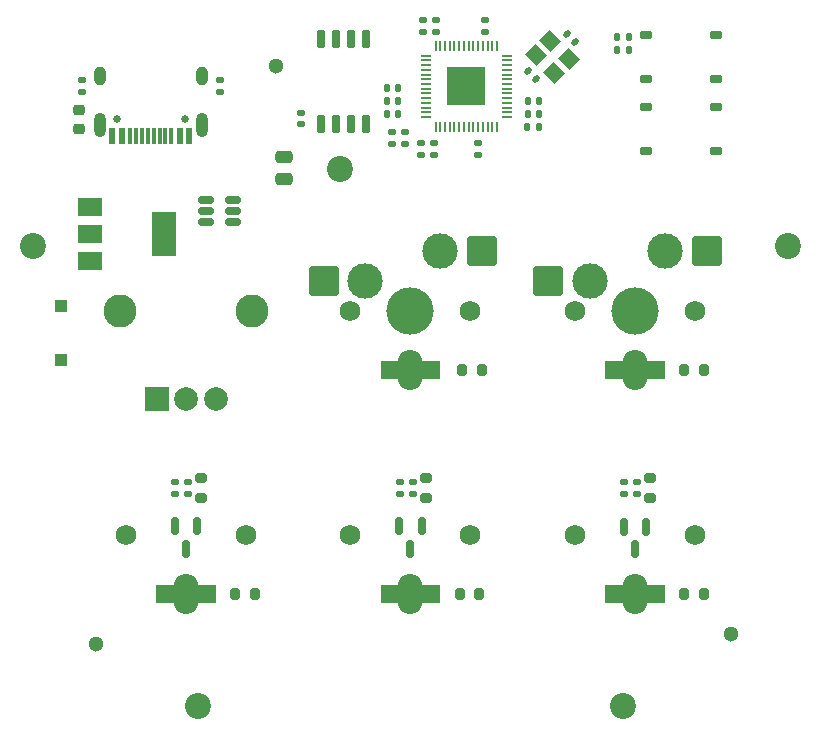
<source format=gbr>
%TF.GenerationSoftware,KiCad,Pcbnew,7.0.1*%
%TF.CreationDate,2023-09-05T02:32:18-04:00*%
%TF.ProjectId,Fluxpad,466c7578-7061-4642-9e6b-696361645f70,rev?*%
%TF.SameCoordinates,Original*%
%TF.FileFunction,Soldermask,Bot*%
%TF.FilePolarity,Negative*%
%FSLAX46Y46*%
G04 Gerber Fmt 4.6, Leading zero omitted, Abs format (unit mm)*
G04 Created by KiCad (PCBNEW 7.0.1) date 2023-09-05 02:32:18*
%MOMM*%
%LPD*%
G01*
G04 APERTURE LIST*
G04 Aperture macros list*
%AMRoundRect*
0 Rectangle with rounded corners*
0 $1 Rounding radius*
0 $2 $3 $4 $5 $6 $7 $8 $9 X,Y pos of 4 corners*
0 Add a 4 corners polygon primitive as box body*
4,1,4,$2,$3,$4,$5,$6,$7,$8,$9,$2,$3,0*
0 Add four circle primitives for the rounded corners*
1,1,$1+$1,$2,$3*
1,1,$1+$1,$4,$5*
1,1,$1+$1,$6,$7*
1,1,$1+$1,$8,$9*
0 Add four rect primitives between the rounded corners*
20,1,$1+$1,$2,$3,$4,$5,0*
20,1,$1+$1,$4,$5,$6,$7,0*
20,1,$1+$1,$6,$7,$8,$9,0*
20,1,$1+$1,$8,$9,$2,$3,0*%
%AMRotRect*
0 Rectangle, with rotation*
0 The origin of the aperture is its center*
0 $1 length*
0 $2 width*
0 $3 Rotation angle, in degrees counterclockwise*
0 Add horizontal line*
21,1,$1,$2,0,0,$3*%
G04 Aperture macros list end*
%ADD10C,2.200000*%
%ADD11C,1.300000*%
%ADD12R,2.000000X2.000000*%
%ADD13C,2.000000*%
%ADD14C,2.800000*%
%ADD15C,1.750000*%
%ADD16C,4.000000*%
%ADD17RoundRect,0.150000X0.350000X0.225000X-0.350000X0.225000X-0.350000X-0.225000X0.350000X-0.225000X0*%
%ADD18RoundRect,0.200000X-0.200000X-0.275000X0.200000X-0.275000X0.200000X0.275000X-0.200000X0.275000X0*%
%ADD19RoundRect,0.135000X0.135000X0.185000X-0.135000X0.185000X-0.135000X-0.185000X0.135000X-0.185000X0*%
%ADD20RoundRect,0.140000X0.170000X-0.140000X0.170000X0.140000X-0.170000X0.140000X-0.170000X-0.140000X0*%
%ADD21RoundRect,0.140000X0.219203X0.021213X0.021213X0.219203X-0.219203X-0.021213X-0.021213X-0.219203X0*%
%ADD22RoundRect,0.225000X0.250000X-0.225000X0.250000X0.225000X-0.250000X0.225000X-0.250000X-0.225000X0*%
%ADD23C,0.650000*%
%ADD24R,0.600000X1.450000*%
%ADD25R,0.300000X1.450000*%
%ADD26O,1.000000X1.600000*%
%ADD27O,1.000000X2.100000*%
%ADD28RoundRect,0.140000X-0.170000X0.140000X-0.170000X-0.140000X0.170000X-0.140000X0.170000X0.140000X0*%
%ADD29O,2.100000X3.400000*%
%ADD30R,1.550000X1.600000*%
%ADD31RoundRect,0.050000X-0.050000X0.387500X-0.050000X-0.387500X0.050000X-0.387500X0.050000X0.387500X0*%
%ADD32RoundRect,0.050000X-0.387500X0.050000X-0.387500X-0.050000X0.387500X-0.050000X0.387500X0.050000X0*%
%ADD33R,3.200000X3.200000*%
%ADD34RoundRect,0.140000X0.140000X0.170000X-0.140000X0.170000X-0.140000X-0.170000X0.140000X-0.170000X0*%
%ADD35RoundRect,0.150000X-0.150000X0.587500X-0.150000X-0.587500X0.150000X-0.587500X0.150000X0.587500X0*%
%ADD36R,2.000000X1.500000*%
%ADD37R,2.000000X3.800000*%
%ADD38RoundRect,0.135000X-0.185000X0.135000X-0.185000X-0.135000X0.185000X-0.135000X0.185000X0.135000X0*%
%ADD39RoundRect,0.200000X0.275000X-0.200000X0.275000X0.200000X-0.275000X0.200000X-0.275000X-0.200000X0*%
%ADD40C,3.000000*%
%ADD41RoundRect,0.250000X-1.000000X-1.025000X1.000000X-1.025000X1.000000X1.025000X-1.000000X1.025000X0*%
%ADD42RotRect,1.400000X1.200000X315.000000*%
%ADD43RoundRect,0.140000X-0.140000X-0.170000X0.140000X-0.170000X0.140000X0.170000X-0.140000X0.170000X0*%
%ADD44RoundRect,0.135000X0.185000X-0.135000X0.185000X0.135000X-0.185000X0.135000X-0.185000X-0.135000X0*%
%ADD45RoundRect,0.250000X0.475000X-0.250000X0.475000X0.250000X-0.475000X0.250000X-0.475000X-0.250000X0*%
%ADD46RoundRect,0.150000X-0.512500X-0.150000X0.512500X-0.150000X0.512500X0.150000X-0.512500X0.150000X0*%
%ADD47RoundRect,0.150000X-0.150000X0.650000X-0.150000X-0.650000X0.150000X-0.650000X0.150000X0.650000X0*%
%ADD48R,1.000000X1.000000*%
%ADD49RoundRect,0.150000X-0.350000X-0.225000X0.350000X-0.225000X0.350000X0.225000X-0.350000X0.225000X0*%
%ADD50RoundRect,0.140000X-0.219203X-0.021213X-0.021213X-0.219203X0.219203X0.021213X0.021213X0.219203X0*%
G04 APERTURE END LIST*
D10*
%TO.C,H2*%
X142000000Y-143500000D03*
%TD*%
%TO.C,H3*%
X178000000Y-143500000D03*
%TD*%
%TO.C,H5*%
X154000000Y-98000000D03*
%TD*%
D11*
%TO.C,H6*%
X148650000Y-89300000D03*
%TD*%
D12*
%TO.C,SW3*%
X138500000Y-117500000D03*
D13*
X143500000Y-117500000D03*
X141000000Y-117500000D03*
D14*
X135400000Y-110000000D03*
X146600000Y-110000000D03*
%TD*%
D10*
%TO.C,H4*%
X192000000Y-104500000D03*
%TD*%
%TO.C,H1*%
X128000000Y-104500000D03*
%TD*%
D11*
%TO.C,H8*%
X187150000Y-137350000D03*
%TD*%
D15*
%TO.C,SW1*%
X154920000Y-110000000D03*
D16*
X160000000Y-110000000D03*
D15*
X165080000Y-110000000D03*
%TD*%
D11*
%TO.C,H7*%
X133400000Y-138200000D03*
%TD*%
D15*
%TO.C,SW2*%
X173920000Y-110000000D03*
D16*
X179000000Y-110000000D03*
D15*
X184080000Y-110000000D03*
%TD*%
D17*
%TO.C,SW4*%
X185900000Y-92725000D03*
X179900000Y-92725000D03*
X185900000Y-96475000D03*
X179900000Y-96475000D03*
%TD*%
D18*
%TO.C,R1*%
X164375000Y-115000000D03*
X166025000Y-115000000D03*
%TD*%
D19*
%TO.C,R10*%
X178510000Y-86800000D03*
X177490000Y-86800000D03*
%TD*%
D20*
%TO.C,C2*%
X159100000Y-125480000D03*
X159100000Y-124520000D03*
%TD*%
D21*
%TO.C,C21*%
X173939411Y-87239411D03*
X173260589Y-86560589D03*
%TD*%
D22*
%TO.C,C6*%
X131950000Y-94575000D03*
X131950000Y-93025000D03*
%TD*%
D23*
%TO.C,J1*%
X135110000Y-93750000D03*
X140890000Y-93750000D03*
D24*
X134750000Y-95195000D03*
X135550000Y-95195000D03*
D25*
X136750000Y-95195000D03*
X137750000Y-95195000D03*
X138250000Y-95195000D03*
X139250000Y-95195000D03*
D24*
X140450000Y-95195000D03*
X141250000Y-95195000D03*
X141250000Y-95195000D03*
X140450000Y-95195000D03*
D25*
X139750000Y-95195000D03*
X138750000Y-95195000D03*
X137250000Y-95195000D03*
X136250000Y-95195000D03*
D24*
X135550000Y-95195000D03*
X134750000Y-95195000D03*
D26*
X133680000Y-90100000D03*
D27*
X133680000Y-94280000D03*
D26*
X142320000Y-90100000D03*
D27*
X142320000Y-94280000D03*
%TD*%
D28*
%TO.C,C9*%
X162000000Y-95820000D03*
X162000000Y-96780000D03*
%TD*%
D18*
%TO.C,R2*%
X183175000Y-115000000D03*
X184825000Y-115000000D03*
%TD*%
D29*
%TO.C,D2*%
X179000000Y-115000000D03*
D30*
X177225000Y-115000000D03*
X180775000Y-115000000D03*
%TD*%
D31*
%TO.C,U4*%
X162125000Y-87562500D03*
X162525000Y-87562500D03*
X162925000Y-87562500D03*
X163325000Y-87562500D03*
X163725000Y-87562500D03*
X164125000Y-87562500D03*
X164525000Y-87562500D03*
X164925000Y-87562500D03*
X165325000Y-87562500D03*
X165725000Y-87562500D03*
X166125000Y-87562500D03*
X166525000Y-87562500D03*
X166925000Y-87562500D03*
X167325000Y-87562500D03*
D32*
X168162500Y-88400000D03*
X168162500Y-88800000D03*
X168162500Y-89200000D03*
X168162500Y-89600000D03*
X168162500Y-90000000D03*
X168162500Y-90400000D03*
X168162500Y-90800000D03*
X168162500Y-91200000D03*
X168162500Y-91600000D03*
X168162500Y-92000000D03*
X168162500Y-92400000D03*
X168162500Y-92800000D03*
X168162500Y-93200000D03*
X168162500Y-93600000D03*
D31*
X167325000Y-94437500D03*
X166925000Y-94437500D03*
X166525000Y-94437500D03*
X166125000Y-94437500D03*
X165725000Y-94437500D03*
X165325000Y-94437500D03*
X164925000Y-94437500D03*
X164525000Y-94437500D03*
X164125000Y-94437500D03*
X163725000Y-94437500D03*
X163325000Y-94437500D03*
X162925000Y-94437500D03*
X162525000Y-94437500D03*
X162125000Y-94437500D03*
D32*
X161287500Y-93600000D03*
X161287500Y-93200000D03*
X161287500Y-92800000D03*
X161287500Y-92400000D03*
X161287500Y-92000000D03*
X161287500Y-91600000D03*
X161287500Y-91200000D03*
X161287500Y-90800000D03*
X161287500Y-90400000D03*
X161287500Y-90000000D03*
X161287500Y-89600000D03*
X161287500Y-89200000D03*
X161287500Y-88800000D03*
X161287500Y-88400000D03*
D33*
X164725000Y-91000000D03*
%TD*%
D18*
%TO.C,R15*%
X183175000Y-134005633D03*
X184825000Y-134005633D03*
%TD*%
D34*
%TO.C,C19*%
X158980000Y-92200000D03*
X158020000Y-92200000D03*
%TD*%
D15*
%TO.C,U2*%
X146080000Y-129000000D03*
X135920000Y-129000000D03*
D35*
X140050000Y-128262500D03*
X141950000Y-128262500D03*
X141000000Y-130137500D03*
%TD*%
D34*
%TO.C,C13*%
X158980000Y-93300000D03*
X158020000Y-93300000D03*
%TD*%
D20*
%TO.C,C24*%
X141200000Y-125480000D03*
X141200000Y-124520000D03*
%TD*%
%TO.C,C18*%
X150700000Y-94180000D03*
X150700000Y-93220000D03*
%TD*%
D36*
%TO.C,U8*%
X132850000Y-105800000D03*
X132850000Y-103500000D03*
D37*
X139150000Y-103500000D03*
D36*
X132850000Y-101200000D03*
%TD*%
D19*
%TO.C,R9*%
X170910000Y-94400000D03*
X169890000Y-94400000D03*
%TD*%
D29*
%TO.C,D3*%
X141000000Y-134000000D03*
D30*
X139225000Y-134000000D03*
X142775000Y-134000000D03*
%TD*%
D38*
%TO.C,R8*%
X143850000Y-90490000D03*
X143850000Y-91510000D03*
%TD*%
D20*
%TO.C,C8*%
X162200000Y-86380000D03*
X162200000Y-85420000D03*
%TD*%
%TO.C,C11*%
X166300000Y-86380000D03*
X166300000Y-85420000D03*
%TD*%
D29*
%TO.C,D4*%
X160000000Y-134000000D03*
D30*
X158225000Y-134000000D03*
X161775000Y-134000000D03*
%TD*%
D20*
%TO.C,C23*%
X160200000Y-125480000D03*
X160200000Y-124520000D03*
%TD*%
D39*
%TO.C,R16*%
X180300000Y-125825000D03*
X180300000Y-124175000D03*
%TD*%
D40*
%TO.C,SW6*%
X156190000Y-107460000D03*
X162540000Y-104920000D03*
D41*
X152640000Y-107460000D03*
X166090000Y-104920000D03*
%TD*%
D28*
%TO.C,C7*%
X160900000Y-95820000D03*
X160900000Y-96780000D03*
%TD*%
D15*
%TO.C,U5*%
X184080000Y-129005633D03*
X173920000Y-129005633D03*
D35*
X178050000Y-128268133D03*
X179950000Y-128268133D03*
X179000000Y-130143133D03*
%TD*%
D20*
%TO.C,C25*%
X179200000Y-125480000D03*
X179200000Y-124520000D03*
%TD*%
D42*
%TO.C,Y1*%
X171823223Y-87121142D03*
X173378858Y-88676777D03*
X172176777Y-89878858D03*
X170621142Y-88323223D03*
%TD*%
D43*
%TO.C,C14*%
X169920000Y-92200000D03*
X170880000Y-92200000D03*
%TD*%
D29*
%TO.C,D1*%
X160000000Y-115000000D03*
D30*
X158225000Y-115000000D03*
X161775000Y-115000000D03*
%TD*%
D44*
%TO.C,R11*%
X158400000Y-95910000D03*
X158400000Y-94890000D03*
%TD*%
D28*
%TO.C,C12*%
X165700000Y-95820000D03*
X165700000Y-96780000D03*
%TD*%
D20*
%TO.C,C17*%
X161100000Y-86380000D03*
X161100000Y-85420000D03*
%TD*%
D43*
%TO.C,C15*%
X169920000Y-93300000D03*
X170880000Y-93300000D03*
%TD*%
D19*
%TO.C,R13*%
X178510000Y-87900000D03*
X177490000Y-87900000D03*
%TD*%
D34*
%TO.C,C16*%
X158980000Y-91100000D03*
X158020000Y-91100000D03*
%TD*%
D18*
%TO.C,R3*%
X145175000Y-134000000D03*
X146825000Y-134000000D03*
%TD*%
D45*
%TO.C,C5*%
X149300000Y-98850000D03*
X149300000Y-96950000D03*
%TD*%
D46*
%TO.C,U7*%
X142662500Y-102525000D03*
X142662500Y-101575000D03*
X142662500Y-100625000D03*
X144937500Y-100625000D03*
X144937500Y-101575000D03*
X144937500Y-102525000D03*
%TD*%
D39*
%TO.C,R6*%
X142300000Y-125825000D03*
X142300000Y-124175000D03*
%TD*%
D47*
%TO.C,U6*%
X152395000Y-87000000D03*
X153665000Y-87000000D03*
X154935000Y-87000000D03*
X156205000Y-87000000D03*
X156205000Y-94200000D03*
X154935000Y-94200000D03*
X153665000Y-94200000D03*
X152395000Y-94200000D03*
%TD*%
D29*
%TO.C,D5*%
X179000000Y-134005633D03*
D30*
X177225000Y-134005633D03*
X180775000Y-134005633D03*
%TD*%
D44*
%TO.C,R7*%
X132150000Y-91510000D03*
X132150000Y-90490000D03*
%TD*%
D38*
%TO.C,R12*%
X159500000Y-94890000D03*
X159500000Y-95910000D03*
%TD*%
D20*
%TO.C,C1*%
X140100000Y-125480000D03*
X140100000Y-124520000D03*
%TD*%
D39*
%TO.C,R14*%
X161300000Y-125825000D03*
X161300000Y-124175000D03*
%TD*%
D48*
%TO.C,GND1*%
X130400000Y-114200000D03*
%TD*%
D40*
%TO.C,SW7*%
X175190000Y-107460000D03*
X181540000Y-104920000D03*
D41*
X171640000Y-107460000D03*
X185090000Y-104920000D03*
%TD*%
D15*
%TO.C,U3*%
X165080000Y-129000000D03*
X154920000Y-129000000D03*
D35*
X159050000Y-128262500D03*
X160950000Y-128262500D03*
X160000000Y-130137500D03*
%TD*%
D48*
%TO.C,3V3*%
X130400000Y-109600000D03*
%TD*%
D49*
%TO.C,SW5*%
X179900000Y-90375000D03*
X185900000Y-90375000D03*
X179900000Y-86625000D03*
X185900000Y-86625000D03*
%TD*%
D20*
%TO.C,C22*%
X178100000Y-125480000D03*
X178100000Y-124520000D03*
%TD*%
D50*
%TO.C,C20*%
X169960589Y-89660589D03*
X170639411Y-90339411D03*
%TD*%
D18*
%TO.C,R4*%
X164175000Y-134000000D03*
X165825000Y-134000000D03*
%TD*%
M02*

</source>
